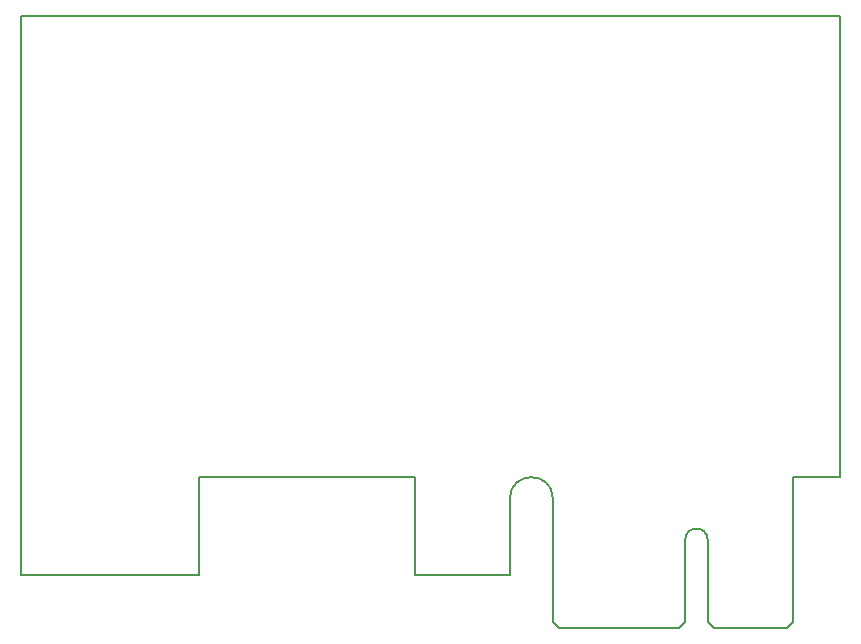
<source format=gbr>
%TF.GenerationSoftware,KiCad,Pcbnew,(6.0.9)*%
%TF.CreationDate,2023-02-16T17:53:30+01:00*%
%TF.ProjectId,pallas-ethernet-adapter,70616c6c-6173-42d6-9574-6865726e6574,rev?*%
%TF.SameCoordinates,Original*%
%TF.FileFunction,Profile,NP*%
%FSLAX46Y46*%
G04 Gerber Fmt 4.6, Leading zero omitted, Abs format (unit mm)*
G04 Created by KiCad (PCBNEW (6.0.9)) date 2023-02-16 17:53:30*
%MOMM*%
%LPD*%
G01*
G04 APERTURE LIST*
%TA.AperFunction,Profile*%
%ADD10C,0.150000*%
%TD*%
G04 APERTURE END LIST*
D10*
X12950000Y7450000D02*
X12950000Y500000D01*
X19650000Y0D02*
X13450000Y0D01*
X-150000Y10925000D02*
G75*
G03*
X-3800000Y10925000I-1825000J0D01*
G01*
X350000Y0D02*
X10550000Y0D01*
X-30150000Y4500000D02*
X-30150000Y12750000D01*
X-30835000Y51785000D02*
X-45150000Y51785000D01*
X24165000Y51785000D02*
X-30835000Y51785000D01*
X-150000Y500000D02*
X350000Y0D01*
X-30150000Y12750000D02*
X-11800000Y12750000D01*
X-11800000Y4500000D02*
X-3800000Y4500000D01*
X-45150000Y51785000D02*
X-45150000Y4500000D01*
X10550000Y0D02*
X11050000Y500000D01*
X20150000Y500000D02*
X19650000Y0D01*
X-45150000Y4500000D02*
X-30150000Y4500000D01*
X12950000Y7450000D02*
G75*
G03*
X11050000Y7450000I-950000J0D01*
G01*
X-3800000Y4500000D02*
X-3800000Y10925000D01*
X24165000Y12750000D02*
X24165000Y51785000D01*
X-11800000Y12750000D02*
X-11800000Y4500000D01*
X12950000Y500000D02*
X13450000Y0D01*
X24165000Y12750000D02*
X20150000Y12750000D01*
X-150000Y10925000D02*
X-150000Y500000D01*
X11050000Y500000D02*
X11050000Y7450000D01*
X20150000Y12750000D02*
X20150000Y500000D01*
M02*

</source>
